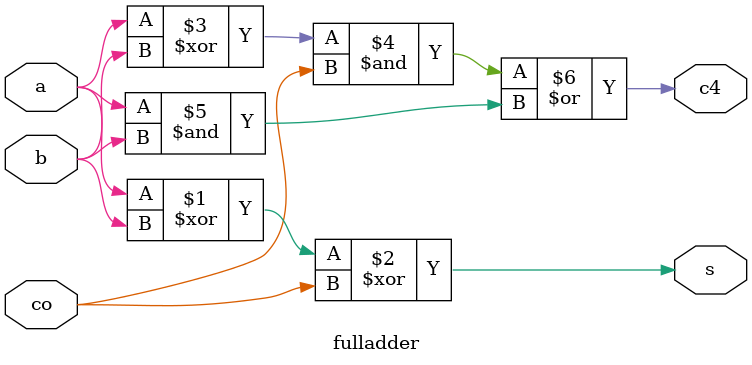
<source format=v>
`timescale 1ns / 1ps


module fourbitadder(
    input [3:0] a,
    input [3:0] b,
    input co,
    output [3:0] s,
    output c4
    );
    wire c1,c2,c3;
    fulladder FA1(a[0],b[0],co,s[0],c1);
    fulladder FA2(a[1],b[1],c1,s[1],c2);
    fulladder FA3(a[2],b[2],c2,s[2],c3);
    fulladder FA4(a[3],b[3],c3,s[3],c4);   
endmodule

module fulladder(
input a,b,co,
output s,c4);
//input a,b,co;
//output s,c4;
assign s=a^b^co;
assign c4=(a^b)&co|a&b;
endmodule

</source>
